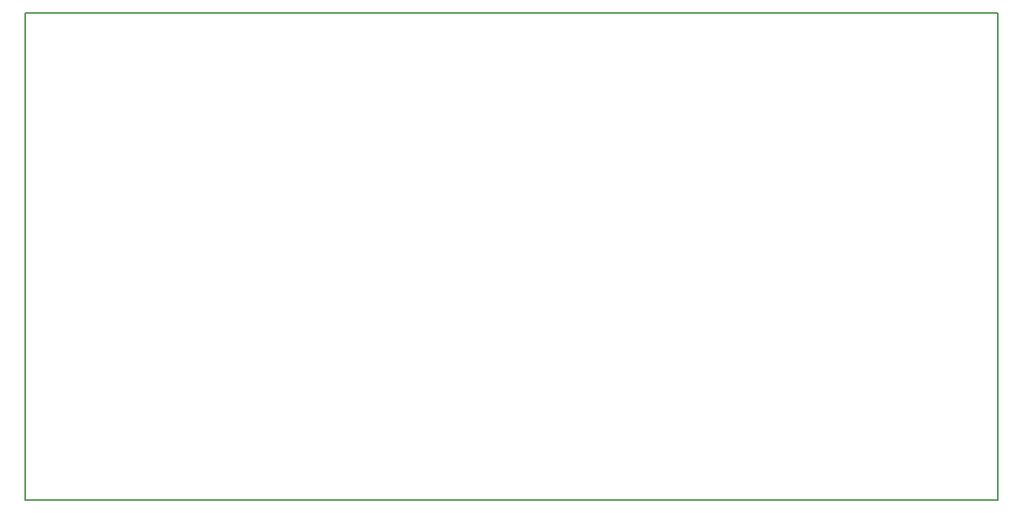
<source format=gbr>
G04 PROTEUS RS274X GERBER FILE*
%FSLAX45Y45*%
%MOMM*%
G01*
%ADD28C,0.203200*%
D28*
X-1079500Y-6413500D02*
X+9715500Y-6413500D01*
X+9715500Y-1016000D01*
X-1079500Y-1016000D01*
X-1079500Y-6413500D01*
M02*

</source>
